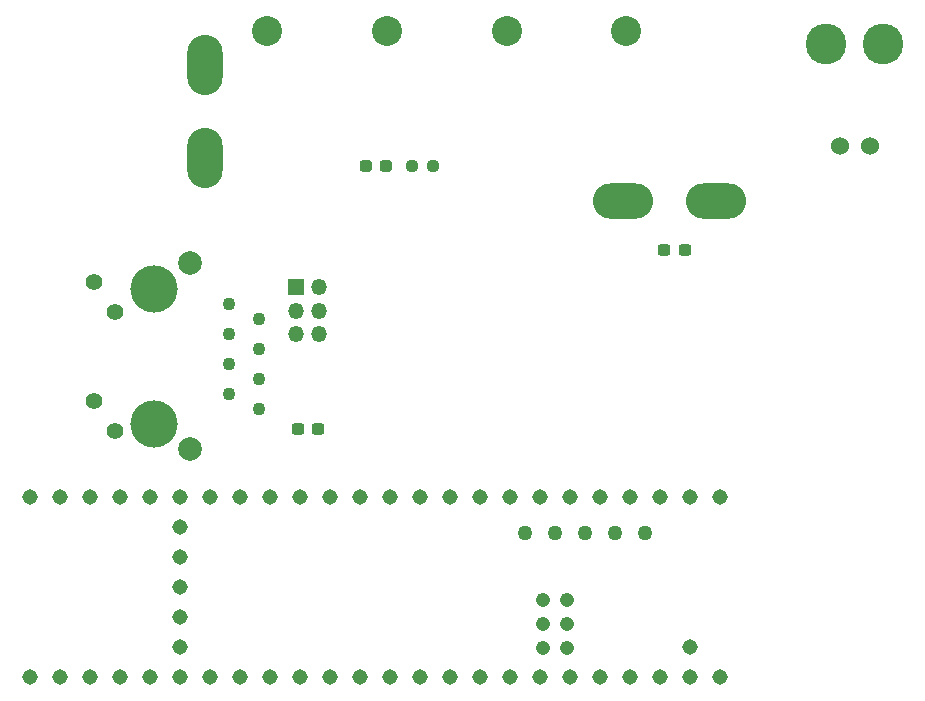
<source format=gts>
G04 #@! TF.GenerationSoftware,KiCad,Pcbnew,(6.0.7)*
G04 #@! TF.CreationDate,2022-11-19T15:20:26-06:00*
G04 #@! TF.ProjectId,2022-2023MultimediaBoard,32303232-2d32-4303-9233-4d756c74696d,rev?*
G04 #@! TF.SameCoordinates,Original*
G04 #@! TF.FileFunction,Soldermask,Top*
G04 #@! TF.FilePolarity,Negative*
%FSLAX46Y46*%
G04 Gerber Fmt 4.6, Leading zero omitted, Abs format (unit mm)*
G04 Created by KiCad (PCBNEW (6.0.7)) date 2022-11-19 15:20:26*
%MOMM*%
%LPD*%
G01*
G04 APERTURE LIST*
G04 Aperture macros list*
%AMRoundRect*
0 Rectangle with rounded corners*
0 $1 Rounding radius*
0 $2 $3 $4 $5 $6 $7 $8 $9 X,Y pos of 4 corners*
0 Add a 4 corners polygon primitive as box body*
4,1,4,$2,$3,$4,$5,$6,$7,$8,$9,$2,$3,0*
0 Add four circle primitives for the rounded corners*
1,1,$1+$1,$2,$3*
1,1,$1+$1,$4,$5*
1,1,$1+$1,$6,$7*
1,1,$1+$1,$8,$9*
0 Add four rect primitives between the rounded corners*
20,1,$1+$1,$2,$3,$4,$5,0*
20,1,$1+$1,$4,$5,$6,$7,0*
20,1,$1+$1,$6,$7,$8,$9,0*
20,1,$1+$1,$8,$9,$2,$3,0*%
G04 Aperture macros list end*
%ADD10RoundRect,0.237500X-0.300000X-0.237500X0.300000X-0.237500X0.300000X0.237500X-0.300000X0.237500X0*%
%ADD11C,3.450000*%
%ADD12C,1.524000*%
%ADD13RoundRect,0.237500X-0.287500X-0.237500X0.287500X-0.237500X0.287500X0.237500X-0.287500X0.237500X0*%
%ADD14RoundRect,0.237500X-0.250000X-0.237500X0.250000X-0.237500X0.250000X0.237500X-0.250000X0.237500X0*%
%ADD15O,5.100000X3.000000*%
%ADD16C,1.100000*%
%ADD17C,1.400000*%
%ADD18C,4.000000*%
%ADD19C,2.000000*%
%ADD20R,1.350000X1.350000*%
%ADD21O,1.350000X1.350000*%
%ADD22C,1.308000*%
%ADD23C,1.258000*%
%ADD24C,1.208000*%
%ADD25C,2.540000*%
%ADD26O,3.000000X5.100000*%
G04 APERTURE END LIST*
D10*
X111911630Y-61803000D03*
X113636630Y-61803000D03*
D11*
X130427130Y-44404000D03*
X125599130Y-44400000D03*
D12*
X126744130Y-53040000D03*
X129284130Y-53040000D03*
D10*
X80860550Y-76949000D03*
X82585550Y-76949000D03*
D13*
X86626130Y-54691000D03*
X88376130Y-54691000D03*
D14*
X90525630Y-54691000D03*
X92350630Y-54691000D03*
D15*
X116317854Y-57679367D03*
X108443854Y-57679367D03*
D16*
X75042585Y-66379197D03*
X77582585Y-67649197D03*
X75042585Y-68919197D03*
X77582585Y-70189197D03*
X75042585Y-71459197D03*
X77582585Y-72729197D03*
X75042585Y-73999197D03*
X77582585Y-75269197D03*
D17*
X63612585Y-64499197D03*
X65402585Y-67039197D03*
X63612585Y-74609197D03*
X65402585Y-77149197D03*
D18*
X68692585Y-65109197D03*
X68692585Y-76539197D03*
D19*
X71742585Y-78699197D03*
X71742585Y-62949197D03*
D20*
X80704059Y-64962801D03*
D21*
X82704059Y-64962801D03*
X80704059Y-66962801D03*
X82704059Y-66962801D03*
X80704059Y-68962801D03*
X82704059Y-68962801D03*
D22*
X114058500Y-82689500D03*
X111518500Y-82689500D03*
X108978500Y-82689500D03*
X106438500Y-82689500D03*
X81038500Y-82689500D03*
X111518500Y-97929500D03*
X70878500Y-87769500D03*
X103898500Y-82689500D03*
X101358500Y-82689500D03*
D23*
X110248500Y-85739500D03*
D22*
X98818500Y-82689500D03*
X96278500Y-82689500D03*
X93738500Y-82689500D03*
X91198500Y-82689500D03*
X88658500Y-82689500D03*
X86118500Y-82689500D03*
X83578500Y-82689500D03*
X83578500Y-97929500D03*
X86118500Y-97929500D03*
X88658500Y-97929500D03*
X91198500Y-97929500D03*
X93738500Y-97929500D03*
X96278500Y-97929500D03*
X98818500Y-97929500D03*
X101358500Y-97929500D03*
X103898500Y-97929500D03*
X106438500Y-97929500D03*
X108978500Y-97929500D03*
X78498500Y-82689500D03*
X75958500Y-82689500D03*
X73418500Y-82689500D03*
X70878500Y-82689500D03*
X68338500Y-82689500D03*
X65798500Y-82689500D03*
X63258500Y-82689500D03*
X60718500Y-82689500D03*
X58178500Y-82689500D03*
X58178500Y-97929500D03*
X60718500Y-97929500D03*
X63258500Y-97929500D03*
X65798500Y-97929500D03*
X68338500Y-97929500D03*
X70878500Y-97929500D03*
X73418500Y-97929500D03*
X75958500Y-97929500D03*
X78498500Y-97929500D03*
D23*
X105168500Y-85739500D03*
X107708500Y-85739500D03*
D22*
X116598500Y-82689500D03*
X81038500Y-97929500D03*
X114058500Y-97929500D03*
X70878500Y-90309500D03*
D24*
X101628500Y-93479500D03*
X103628500Y-93479500D03*
D22*
X70878500Y-95389500D03*
X70878500Y-92849500D03*
D24*
X103628500Y-95479500D03*
X101628500Y-95479500D03*
X101628500Y-91479500D03*
X103628500Y-91479500D03*
D23*
X102628500Y-85739500D03*
X100088500Y-85739500D03*
D22*
X70878500Y-85229500D03*
X116598500Y-97929500D03*
X114058500Y-95389500D03*
D25*
X78232000Y-43277000D03*
X88392000Y-43277000D03*
X98552000Y-43277000D03*
X108691999Y-43277000D03*
D26*
X73027400Y-54056000D03*
X73027400Y-46182000D03*
M02*

</source>
